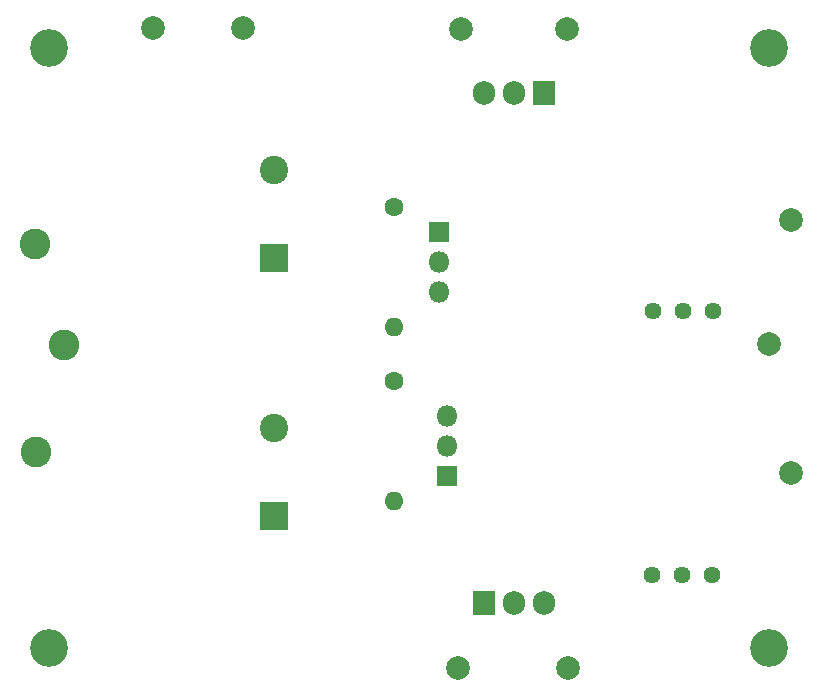
<source format=gbr>
G04 #@! TF.GenerationSoftware,KiCad,Pcbnew,(5.1.10-0-10_14)*
G04 #@! TF.CreationDate,2021-10-17T13:02:41+02:00*
G04 #@! TF.ProjectId,lv-lownoise-psu,6c762d6c-6f77-46e6-9f69-73652d707375,rev?*
G04 #@! TF.SameCoordinates,Original*
G04 #@! TF.FileFunction,Soldermask,Bot*
G04 #@! TF.FilePolarity,Negative*
%FSLAX46Y46*%
G04 Gerber Fmt 4.6, Leading zero omitted, Abs format (unit mm)*
G04 Created by KiCad (PCBNEW (5.1.10-0-10_14)) date 2021-10-17 13:02:41*
%MOMM*%
%LPD*%
G01*
G04 APERTURE LIST*
%ADD10C,2.000000*%
%ADD11O,1.600000X1.600000*%
%ADD12C,1.600000*%
%ADD13O,1.800000X1.800000*%
%ADD14R,1.800000X1.800000*%
%ADD15O,1.905000X2.000000*%
%ADD16R,1.905000X2.000000*%
%ADD17C,2.400000*%
%ADD18R,2.400000X2.400000*%
%ADD19C,1.440000*%
%ADD20C,2.600000*%
%ADD21C,3.200000*%
G04 APERTURE END LIST*
D10*
X119761000Y-85471000D03*
X129032000Y-85471000D03*
X128968500Y-31369000D03*
X120015000Y-31369000D03*
X93916500Y-31305500D03*
X101536500Y-31305500D03*
X147955000Y-69024500D03*
X146113500Y-58039000D03*
X147955000Y-47561500D03*
D11*
X114300000Y-71374000D03*
D12*
X114300000Y-61214000D03*
D11*
X114300000Y-56642000D03*
D12*
X114300000Y-46482000D03*
D13*
X118808500Y-64198500D03*
X118808500Y-66738500D03*
D14*
X118808500Y-69278500D03*
D13*
X118110000Y-53657500D03*
X118110000Y-51117500D03*
D14*
X118110000Y-48577500D03*
D15*
X127000000Y-80010000D03*
X124460000Y-80010000D03*
D16*
X121920000Y-80010000D03*
D15*
X121920000Y-36830000D03*
X124460000Y-36830000D03*
D16*
X127000000Y-36830000D03*
D17*
X104140000Y-65151000D03*
D18*
X104140000Y-72651000D03*
D17*
X104140000Y-43300000D03*
D18*
X104140000Y-50800000D03*
D19*
X141287500Y-77660500D03*
X138747500Y-77660500D03*
X136207500Y-77660500D03*
X141351000Y-55308500D03*
X138811000Y-55308500D03*
X136271000Y-55308500D03*
D20*
X83921600Y-49631600D03*
X86360000Y-58166000D03*
X83972400Y-67259200D03*
D21*
X146050000Y-33020000D03*
X146050000Y-83820000D03*
X85090000Y-83820000D03*
X85090000Y-33020000D03*
M02*

</source>
